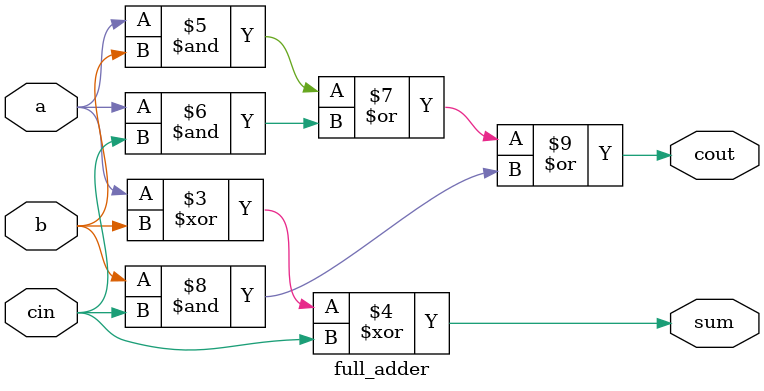
<source format=sv>
module crossbar_sync_prio #(parameter DW=8, N=4) (
    input clk, rst_n, en,
    input [(DW*N)-1:0] din,
    input [(N*2)-1:0] dest,
    output reg [(DW*N)-1:0] dout
);
    // Break out the destination indices
    wire [1:0] dest_indices[0:N-1];
    wire [1:0] mult_results[0:N-1];
    reg [1:0] adjusted_dest_indices[0:N-1];
    
    genvar i;
    generate
        for(i=0; i<N; i=i+1) begin : gen_dest
            assign dest_indices[i] = dest[(i*2+1):(i*2)];
            
            // Instantiate Dadda multiplier for each destination index
            dadda_multiplier dadda_mult_inst (
                .a(dest_indices[i]),
                .b(2'b11),  // Multiply by constant 3 for demonstration
                .p(mult_results[i])
            );
        end
    endgenerate
    
    // Compute adjusted indices once
    always @(*) begin
        for(integer j=0; j<N; j=j+1) begin
            adjusted_dest_indices[j] = (dest_indices[j] + mult_results[j]) % N;
        end
    end
    
    // Synchronous reset implementation with case-based structure
    always @(posedge clk or negedge rst_n) begin
        if(!rst_n) begin
            dout <= {(DW*N){1'b0}};
        end else begin
            case(en)
                1'b1: begin
                    // Use case statement for output port 0
                    case(adjusted_dest_indices[0])
                        2'b00: dout[DW-1:0] <= din[0 +: DW];
                        2'b01: dout[DW-1:0] <= din[DW +: DW];
                        2'b10: dout[DW-1:0] <= din[2*DW +: DW];
                        2'b11: dout[DW-1:0] <= din[3*DW +: DW];
                    endcase
                    
                    // Use case statement for output port 1
                    case(adjusted_dest_indices[1])
                        2'b00: dout[(2*DW)-1:DW] <= din[0 +: DW];
                        2'b01: dout[(2*DW)-1:DW] <= din[DW +: DW];
                        2'b10: dout[(2*DW)-1:DW] <= din[2*DW +: DW];
                        2'b11: dout[(2*DW)-1:DW] <= din[3*DW +: DW];
                    endcase
                    
                    // Use case statement for output port 2
                    case(adjusted_dest_indices[2])
                        2'b00: dout[(3*DW)-1:(2*DW)] <= din[0 +: DW];
                        2'b01: dout[(3*DW)-1:(2*DW)] <= din[DW +: DW];
                        2'b10: dout[(3*DW)-1:(2*DW)] <= din[2*DW +: DW];
                        2'b11: dout[(3*DW)-1:(2*DW)] <= din[3*DW +: DW];
                    endcase
                    
                    // Use case statement for output port 3
                    case(adjusted_dest_indices[3])
                        2'b00: dout[(4*DW)-1:(3*DW)] <= din[0 +: DW];
                        2'b01: dout[(4*DW)-1:(3*DW)] <= din[DW +: DW];
                        2'b10: dout[(4*DW)-1:(3*DW)] <= din[2*DW +: DW];
                        2'b11: dout[(4*DW)-1:(3*DW)] <= din[3*DW +: DW];
                    endcase
                end
                
                default: begin
                    // When enable is not active, maintain current values
                    dout <= dout;
                end
            endcase
        end
    end
endmodule

// 4-bit Dadda Multiplier
module dadda_multiplier (
    input [1:0] a,
    input [1:0] b,
    output [3:0] p
);
    // Partial product generation
    wire [1:0] pp0, pp1;
    
    // Generate partial products
    assign pp0 = a & {2{b[0]}};
    assign pp1 = a & {2{b[1]}};
    
    // For 2x2 multiplication, the Dadda tree has a simple structure
    // First stage of Dadda reduction
    
    // First bit of result is just the first bit of first partial product
    assign p[0] = pp0[0];
    
    // Second bit uses half adder for pp0[1] and pp1[0]
    wire s1, c1;
    half_adder ha1(
        .a(pp0[1]),
        .b(pp1[0]),
        .sum(s1),
        .carry(c1)
    );
    assign p[1] = s1;
    
    // Third bit uses half adder for pp1[1] and carry from previous addition
    wire s2, c2;
    half_adder ha2(
        .a(pp1[1]),
        .b(c1),
        .sum(s2),
        .carry(c2)
    );
    assign p[2] = s2;
    
    // Fourth bit is just the carry from the last addition
    assign p[3] = c2;
endmodule

// Half Adder module
module half_adder (
    input a, b,
    output sum, carry
);
    assign sum = a ^ b;
    assign carry = a & b;
endmodule

// Full Adder module - for Dadda tree typically requires full adders
module full_adder (
    input a, b, cin,
    output sum, cout
);
    assign sum = a ^ b ^ cin;
    assign cout = (a & b) | (a & cin) | (b & cin);
endmodule
</source>
